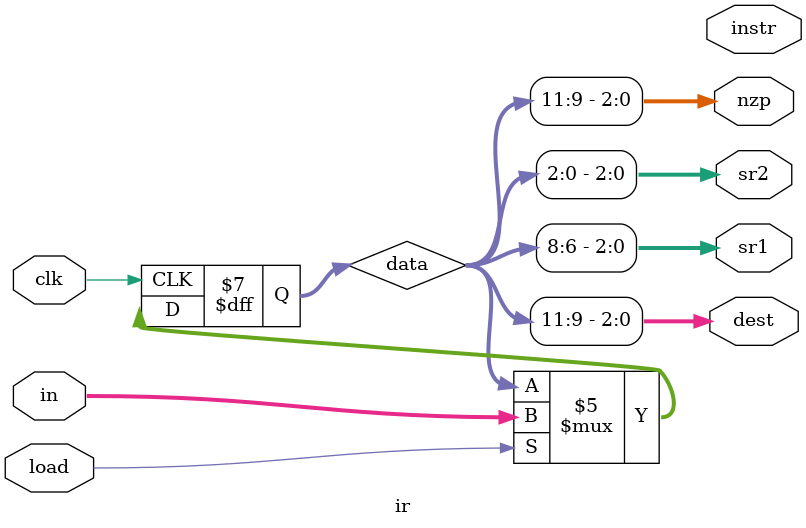
<source format=sv>
module ir
(
    input clk,
    input load,
    input logic[15:0] in,
    output logic[2:0] dest, sr1, sr2,
    output logic [15:0] instr,
    output logic [2:0] nzp
);

logic[15:0] data;

always_ff @(posedge clk)
begin
    if (load == 1)
    begin
        data = in;
    end
end

always_comb
begin
//    opcode = (data[15:12]);

    dest = data[11:9];
    sr1 = data[8:6];
    sr2 = data[2:0];

 //   offset6 = data[5:0];
 //   offset9 = data[8:0];
	// offset11 = data[10:0];
	 
	// bit5 = data[5];
	// bit4 = data[4];
	// bit11 = data[11];
	 
	// imm5 = data[4:0];
	// imm4 = data[3:0];
	 
	 //trapvect8 = data[7:0];
	 nzp = data[11:9];
	 
end

endmodule : ir

</source>
